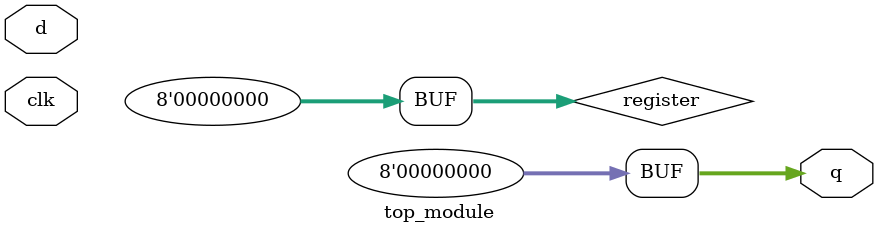
<source format=sv>
module top_module(
  input clk,
  input [7:0] d,
  output reg [7:0] q);

  reg [7:0] register;

  always @(posedge clk) begin
    register <= d;
  end

  initial begin
    q = 8'b00000000;
  end

  assign q = register;
  
endmodule

</source>
